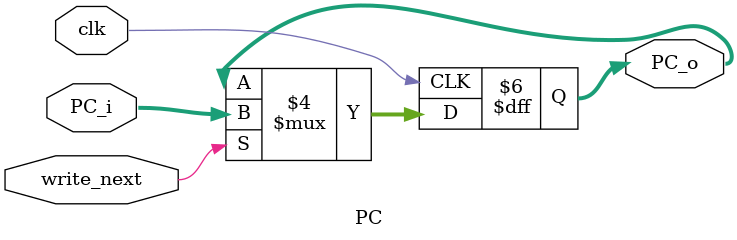
<source format=v>
module PC(clk, write_next, PC_i, PC_o);
	input clk;
	input write_next;
	input [31:0] PC_i;
	output reg [31:0] PC_o;
	
	initial
		begin
		PC_o = 32'h0000_3000;
		end
	
	always@(negedge clk)
		begin
		if(write_next)
			begin
			PC_o <= PC_i;
			end
		else
			begin
			PC_o <= PC_o;
			end
		end
endmodule
</source>
